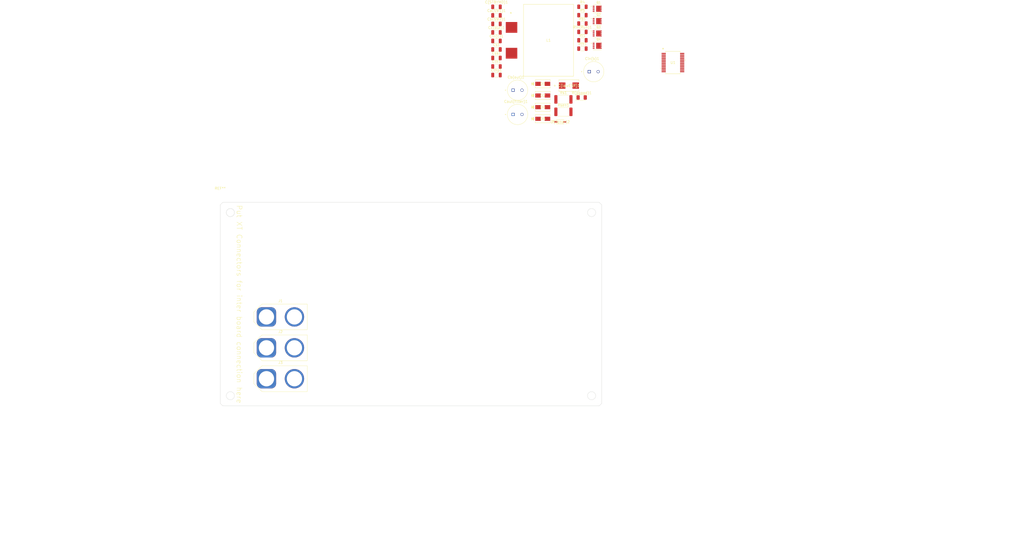
<source format=kicad_pcb>
(kicad_pcb (version 20221018) (generator pcbnew)
  (title_block (title "Prototype Senior Design A") (date "2023-03-30") (rev "0"))
  (layers (0 "F.Cu" signal) (31 "B.Cu" signal) (34 "B.Paste" user) (35 "F.Paste" user) (36 "B.SilkS" user "B.Silkscreen") (37 "F.SilkS" user "F.Silkscreen") (38 "B.Mask" user) (39 "F.Mask" user) (44 "Edge.Cuts" user))
  (net 0 "")
  (net 1 "Net-(D4-A)")
  (net 2 "GND")
  (net 3 "Net-(U1-STBYMD)")
  (net 4 "Net-(D4-K)")
  (net 5 "Net-(D1-A)")
  (net 6 "/19V Boost/Vout")
  (net 7 "Net-(D2-K)")
  (net 8 "Net-(D5-K)")
  (net 9 "/19V Boost/Vin")
  (net 10 "Net-(U1-SENSE-)")
  (net 12 "Net-(U1-SENSE+)")
  (net 13 "Net-(U1-SS)")
  (net 14 "Net-(Cth1-Pad1)")
  (net 15 "Net-(U1-ITH)")
  (net 16 "Net-(D(Zener)2-K)")
  (net 17 "Net-(D2-A)")
  (net 18 "Net-(Q1-G)")
  (net 19 "Net-(Q2-G)")
  (net 20 "Net-(Q3-G)")
  (net 21 "Net-(Q4-G)")
  (net 22 "Net-(U1-PGOOD)")
  (net 23 "Net-(U1-VOSENSE)")
  (footprint "AMASS XT90 Vertical:AMASS_XT90-F_1x02_P11.00mm_Vertical" (layer "F.Cu") (at 42.34 75.65)
    (fp_text reference "J2" (at 5.5 -6.3 180) (layer "F.SilkS"))
    (fp_text value "Battery2")
    (fp_line (start -5 -1.9) (end -5 1.9) (stroke (width 0.12)) (layer "F.SilkS"))
    (fp_line (start -5 1.9) (end -1.75 5.05) (stroke (width 0.12)) (layer "F.SilkS"))
    (fp_line (start -1.75 -5.05) (end -5 -1.9) (stroke (width 0.12)) (layer "F.SilkS"))
    (fp_line (start -1.75 5.05) (end 16 5.05) (stroke (width 0.12)) (layer "F.SilkS"))
    (fp_line (start 16 -5.05) (end -1.75 -5.05) (stroke (width 0.12)) (layer "F.SilkS"))
    (fp_line (start 16 5.05) (end 16 -5.05) (stroke (width 0.12)) (layer "F.SilkS"))
    (pad "1" thru_hole roundrect (at 0 0) (size 7.6 7.6) (drill 6) (layers "*.Cu" "*.Mask"))
    (pad "2" thru_hole circle (at 11 0) (size 7.6 7.6) (drill 6) (layers "*.Cu" "*.Mask"))
  )
  (footprint "footprints:CR_SMA_320-340AE_DIO" (layer "F.Cu") (at 150.9657 -18.9615)
    (fp_text reference "D4" (at 0 0 unlocked) (layer "F.SilkS"))
    (fp_text value "D_Schottky")
    (fp_line (start -4.318 -0.635) (end -4.318 0.635) (stroke (width 0.1524)) (layer "F.SilkS"))
    (fp_line (start -4.318 0) (end -3.556 -0.635) (stroke (width 0.1524)) (layer "F.SilkS"))
    (fp_line (start -4.318 0) (end -3.556 -0.508) (stroke (width 0.1524)) (layer "F.SilkS"))
    (fp_line (start -4.318 0) (end -3.556 -0.381) (stroke (width 0.1524)) (layer "F.SilkS"))
    (fp_line (start -4.318 0) (end -3.556 -0.254) (stroke (width 0.1524)) (layer "F.SilkS"))
    (fp_line (start -4.318 0) (end -3.556 -0.127) (stroke (width 0.1524)) (layer "F.SilkS"))
    (fp_line (start -4.318 0) (end -3.556 0.127) (stroke (width 0.1524)) (layer "F.SilkS"))
    (fp_line (start -4.318 0) (end -3.556 0.254) (stroke (width 0.1524)) (layer "F.SilkS"))
    (fp_line (start -4.318 0) (end -3.556 0.381) (stroke (width 0.1524)) (layer "F.SilkS"))
    (fp_line (start -4.318 0) (end -3.556 0.508) (stroke (width 0.1524)) (layer "F.SilkS"))
    (fp_line (start -4.318 0) (end -3.556 0.635) (stroke (width 0.1524)) (layer "F.SilkS"))
    (fp_line (start -3.556 -0.635) (end -3.556 0.635) (stroke (width 0.1524)) (layer "F.SilkS"))
    (fp_line (start -3.302 0) (end -4.572 0) (stroke (width 0.1524)) (layer "F.SilkS"))
    (fp_line (start -2.921 -1.5875) (end -2.921 -1.14554) (stroke (width 0.1524)) (layer "F.SilkS"))
    (fp_line (start -2.921 1.14554) (end -2.921 1.5875) (stroke (width 0.1524)) (layer "F.SilkS"))
    (fp_line (start -2.921 1.5875) (end 2.921 1.5875) (stroke (width 0.1524)) (layer "F.SilkS"))
    (fp_line (start 2.921 -1.5875) (end -2.921 -1.5875) (stroke (width 0.1524)) (layer "F.SilkS"))
    (fp_line (start 2.921 -1.14554) (end 2.921 -1.5875) (stroke (width 0.1524)) (layer "F.SilkS"))
    (fp_line (start 2.921 1.5875) (end 2.921 1.14554) (stroke (width 0.1524)) (layer "F.SilkS"))
    (pad "1" smd rect (at -1.8542 0 90) (size 1.6256 2.1844) (layers "F.Cu" "F.Paste" "F.Mask") (net 4 "Net-(D4-K)"))
    (pad "2" smd rect (at 1.8542 0 90) (size 1.6256 2.1844) (layers "F.Cu" "F.Paste" "F.Mask") (net 1 "Net-(D4-A)"))
  )
  (footprint "Resistor_SMD:R_2512_6332Metric" (layer "F.Cu") (at 159.0825 -22.01)
    (fp_text reference "Rs1" (at 0 -2.62) (layer "F.SilkS"))
    (fp_text value "6m")
    (fp_line (start -2.177064 -1.71) (end 2.177064 -1.71) (stroke (width 0.12)) (layer "F.SilkS"))
    (fp_line (start -2.177064 1.71) (end 2.177064 1.71) (stroke (width 0.12)) (layer "F.SilkS"))
    (pad "1" smd roundrect (at -2.9625 0) (size 1.225 3.35) (layers "F.Cu" "F.Paste" "F.Mask") (roundrect_rratio 0.204082) (net 17 "Net-(D2-A)"))
    (pad "2" smd roundrect (at 2.9625 0) (size 1.225 3.35) (layers "F.Cu" "F.Paste" "F.Mask") (roundrect_rratio 0.204082) (net 2 "GND"))
  )
  (footprint "Capacitor_SMD:C_1206_3216Metric" (layer "F.Cu") (at 132.7725 -38.29)
    (fp_text reference "Css1" (at 0 -1.85) (layer "F.SilkS"))
    (fp_text value "0.001u")
    (fp_line (start -0.711252 -0.91) (end 0.711252 -0.91) (stroke (width 0.12)) (layer "F.SilkS"))
    (fp_line (start -0.711252 0.91) (end 0.711252 0.91) (stroke (width 0.12)) (layer "F.SilkS"))
    (pad "1" smd roundrect (at -1.475 0) (size 1.15 1.8) (layers "F.Cu" "F.Paste" "F.Mask") (roundrect_rratio 0.217391) (net 2 "GND"))
    (pad "2" smd roundrect (at 1.475 0) (size 1.15 1.8) (layers "F.Cu" "F.Paste" "F.Mask") (roundrect_rratio 0.217391) (net 13 "Net-(U1-SS)"))
  )
  (footprint "Resistor_SMD:R_1206_3216Metric" (layer "F.Cu") (at 166.5625 -41.97)
    (fp_text reference "Rth1" (at 0 -1.82) (layer "F.SilkS"))
    (fp_text value "124K")
    (fp_line (start -0.727064 -0.91) (end 0.727064 -0.91) (stroke (width 0.12)) (layer "F.SilkS"))
    (fp_line (start -0.727064 0.91) (end 0.727064 0.91) (stroke (width 0.12)) (layer "F.SilkS"))
    (pad "1" smd roundrect (at -1.4625 0) (size 1.125 1.75) (layers "F.Cu" "F.Paste" "F.Mask") (roundrect_rratio 0.222222) (net 14 "Net-(Cth1-Pad1)"))
    (pad "2" smd roundrect (at 1.4625 0) (size 1.125 1.75) (layers "F.Cu" "F.Paste" "F.Mask") (roundrect_rratio 0.222222) (net 15 "Net-(U1-ITH)"))
  )
  (footprint "Mechatronics Template:EMBEDDED_BACKPLANE_V0x8" (layer "F.Cu") (at 24.16 13.48)
    (fp_text reference "REF**" (at 0 -0.5 unlocked) (layer "F.SilkS"))
    (fp_text value "EMBEDDED_BACKPLANE_V0x8")
    (fp_text user "Put XT Connectors for inter board connection here" (at 7.5 45 270 unlocked) (layer "F.SilkS") (effects (font (size 2 2))))
    (fp_line (start 0 84) (end 0 6) (stroke (width 0.1)) (layer "Edge.Cuts"))
    (fp_line (start 1 5) (end 0 6) (stroke (width 0.1)) (layer "Edge.Cuts"))
    (fp_line (start 1 5) (end 149 5) (stroke (width 0.1)) (layer "Edge.Cuts"))
    (fp_line (start 1 85) (end 0 84) (stroke (width 0.1)) (layer "Edge.Cuts"))
    (fp_line (start 149 5) (end 150 6) (stroke (width 0.1)) (layer "Edge.Cuts"))
    (fp_line (start 149 85) (end 1 85) (stroke (width 0.1)) (layer "Edge.Cuts"))
    (fp_line (start 150 6) (end 150 84) (stroke (width 0.1)) (layer "Edge.Cuts"))
    (fp_line (start 150 84) (end 149 85) (stroke (width 0.1)) (layer "Edge.Cuts"))
    (fp_circle (center 4 9) (end 5.6 9) (stroke (width 0.12)) (fill none) (layer "Edge.Cuts"))
    (fp_circle (center 4 81) (end 5.6 81) (stroke (width 0.1)) (fill none) (layer "Edge.Cuts"))
    (fp_circle (center 146 9) (end 147.6 9) (stroke (width 0.1)) (fill none) (layer "Edge.Cuts"))
    (fp_circle (center 146 81) (end 147.6 81) (stroke (width 0.1)) (fill none) (layer "Edge.Cuts"))
  )
  (footprint "Capacitor_SMD:C_1206_3216Metric" (layer "F.Cu") (at 132.7725 -41.64)
    (fp_text reference "Cs1" (at 0 -1.85) (layer "F.SilkS"))
    (fp_text value "100p")
    (fp_line (start -0.711252 -0.91) (end 0.711252 -0.91) (stroke (width 0.12)) (layer "F.SilkS"))
    (fp_line (start -0.711252 0.91) (end 0.711252 0.91) (stroke (width 0.12)) (layer "F.SilkS"))
    (pad "1" smd roundrect (at -1.475 0) (size 1.15 1.8) (layers "F.Cu" "F.Paste" "F.Mask") (roundrect_rratio 0.217391) (net 10 "Net-(U1-SENSE-)"))
    (pad "2" smd roundrect (at 1.475 0) (size 1.15 1.8) (layers "F.Cu" "F.Paste" "F.Mask") (roundrect_rratio 0.217391) (net 12 "Net-(U1-SENSE+)"))
  )
  (footprint "footprints:LargeCAPSCAPPRD350W60D800H1200" (layer "F.Cu") (at 141.0475 -16.09)
    (fp_text reference "Cout(filter)1" (at -0.635 -5.085) (layer "F.SilkS"))
    (fp_text value "330u")
    (fp_circle (center -4.75 0) (end -4.65 0) (stroke (width 0.2)) (fill none) (layer "F.SilkS"))
    (fp_circle (center 0 0) (end 4 0) (stroke (width 0.127)) (fill none) (layer "F.SilkS"))
    (pad "1" thru_hole rect (at -1.75 0) (size 1.2 1.2) (drill 0.85) (layers "*.Cu" "*.Mask") (net 6 "/19V Boost/Vout"))
    (pad "2" thru_hole circle (at 1.75 0) (size 1.2 1.2) (drill 0.85) (layers "*.Cu" "*.Mask") (net 2 "GND"))
  )
  (footprint "footprints:Q1Q2TRANS_FDMC86520L" (layer "F.Cu") (at 172.3675 -57.64)
    (fp_text reference "Q1" (at 0.54 -2.508) (layer "F.SilkS") (effects (font (size 0.8 0.8))))
    (fp_text value "NMOS")
    (fp_line (start -1.65 -1.65) (end 1.65 -1.65) (stroke (width 0.127)) (layer "F.SilkS"))
    (fp_line (start 1.65 1.65) (end -1.65 1.65) (stroke (width 0.127)) (layer "F.SilkS"))
    (fp_circle (center -2.3 -0.975) (end -2.2 -0.975) (stroke (width 0.2)) (fill none) (layer "F.SilkS"))
    (pad "1" smd rect (at -1.4 -0.975) (size 0.7 0.42) (layers "F.Cu" "F.Paste" "F.Mask") (net 9 "/19V Boost/Vin"))
    (pad "2" smd rect (at -1.4 -0.325) (size 0.7 0.42) (layers "F.Cu" "F.Paste" "F.Mask") (net 18 "Net-(Q1-G)"))
    (pad "3" smd rect (at -1.4 0.325) (size 0.7 0.42) (layers "F.Cu" "F.Paste" "F.Mask") (net 7 "Net-(D2-K)"))
    (pad "4" smd rect (at -1.4 0.975) (size 0.7 0.42) (layers "F.Cu" "F.Paste" "F.Mask"))
    (pad "5" smd custom (at 0.45 0) (size 1.7 2.37) (layers "F.Cu") (options (clearance outline) (anchor rect)) (primitives (gr_poly (pts (xy -0.85 -1.185) (xy 1.3 -1.185) (xy 1.3 -0.765) (xy 0.85 -0.765) (xy 0.85 -0.535) (xy 1.3 -0.535) (xy 1.3 -0.115) (xy 0.85 -0.115) (xy 0.85 0.115) (xy 1.3 0.115) (xy 1.3 0.535) (xy 0.85 0.535) (xy 0.85 0.765) (xy 1.3 0.765) (xy 1.3 1.185) (xy -0.85 1.185)) (width 0.01) (fill yes))))
  )
  (footprint "Capacitor_SMD:C_1206_3216Metric" (layer "F.Cu") (at 132.7725 -31.59)
    (fp_text reference "Cthp1" (at 0 -1.85) (layer "F.SilkS"))
    (fp_text value "47p")
    (fp_line (start -0.711252 -0.91) (end 0.711252 -0.91) (stroke (width 0.12)) (layer "F.SilkS"))
    (fp_line (start -0.711252 0.91) (end 0.711252 0.91) (stroke (width 0.12)) (layer "F.SilkS"))
    (pad "1" smd roundrect (at -1.475 0) (size 1.15 1.8) (layers "F.Cu" "F.Paste" "F.Mask") (roundrect_rratio 0.217391) (net 15 "Net-(U1-ITH)"))
    (pad "2" smd roundrect (at 1.475 0) (size 1.15 1.8) (layers "F.Cu" "F.Paste" "F.Mask") (roundrect_rratio 0.217391) (net 2 "GND"))
  )
  (footprint "footprints:CR_SMA_320-340AE_DIO" (layer "F.Cu") (at 150.9657 -14.3801)
    (fp_text reference "D5" (at 0 0 unlocked) (layer "F.SilkS"))
    (fp_text value "D_Schottky")
    (fp_line (start -4.318 -0.635) (end -4.318 0.635) (stroke (width 0.1524)) (layer "F.SilkS"))
    (fp_line (start -4.318 0) (end -3.556 -0.635) (stroke (width 0.1524)) (layer "F.SilkS"))
    (fp_line (start -4.318 0) (end -3.556 -0.508) (stroke (width 0.1524)) (layer "F.SilkS"))
    (fp_line (start -4.318 0) (end -3.556 -0.381) (stroke (width 0.1524)) (layer "F.SilkS"))
    (fp_line (start -4.318 0) (end -3.556 -0.254) (stroke (width 0.1524)) (layer "F.SilkS"))
    (fp_line (start -4.318 0) (end -3.556 -0.127) (stroke (width 0.1524)) (layer "F.SilkS"))
    (fp_line (start -4.318 0) (end -3.556 0.127) (stroke (width 0.1524)) (layer "F.SilkS"))
    (fp_line (start -4.318 0) (end -3.556 0.254) (stroke (width 0.1524)) (layer "F.SilkS"))
    (fp_line (start -4.318 0) (end -3.556 0.381) (stroke (width 0.1524)) (layer "F.SilkS"))
    (fp_line (start -4.318 0) (end -3.556 0.508) (stroke (width 0.1524)) (layer "F.SilkS"))
    (fp_line (start -4.318 0) (end -3.556 0.635) (stroke (width 0.1524)) (layer "F.SilkS"))
    (fp_line (start -3.556 -0.635) (end -3.556 0.635) (stroke (width 0.1524)) (layer "F.SilkS"))
    (fp_line (start -3.302 0) (end -4.572 0) (stroke (width 0.1524)) (layer "F.SilkS"))
    (fp_line (start -2.921 -1.5875) (end -2.921 -1.14554) (stroke (width 0.1524)) (layer "F.SilkS"))
    (fp_line (start -2.921 1.14554) (end -2.921 1.5875) (stroke (width 0.1524)) (layer "F.SilkS"))
    (fp_line (start -2.921 1.5875) (end 2.921 1.5875) (stroke (width 0.1524)) (layer "F.SilkS"))
    (fp_line (start 2.921 -1.5875) (end -2.921 -1.5875) (stroke (width 0.1524)) (layer "F.SilkS"))
    (fp_line (start 2.921 -1.14554) (end 2.921 -1.5875) (stroke (width 0.1524)) (layer "F.SilkS"))
    (fp_line (start 2.921 1.5875) (end 2.921 1.14554) (stroke (width 0.1524)) (layer "F.SilkS"))
    (pad "1" smd rect (at -1.8542 0 90) (size 1.6256 2.1844) (layers "F.Cu" "F.Paste" "F.Mask") (net 8 "Net-(D5-K)"))
    (pad "2" smd rect (at 1.8542 0 90) (size 1.6256 2.1844) (layers "F.Cu" "F.Paste" "F.Mask") (net 1 "Net-(D4-A)"))
  )
  (footprint "Capacitor_SMD:C_1206_3216Metric" (layer "F.Cu") (at 132.7725 -58.39)
    (fp_text reference "C(STBYMD)1" (at 0 -1.85) (layer "F.SilkS"))
    (fp_text value "0.001u")
    (fp_line (start -0.711252 -0.91) (end 0.711252 -0.91) (stroke (width 0.12)) (layer "F.SilkS"))
    (fp_line (start -0.711252 0.91) (end 0.711252 0.91) (stroke (width 0.12)) (layer "F.SilkS"))
    (pad "1" smd roundrect (at -1.475 0) (size 1.15 1.8) (layers "F.Cu" "F.Paste" "F.Mask") (roundrect_rratio 0.217391) (net 3 "Net-(U1-STBYMD)"))
    (pad "2" smd roundrect (at 1.475 0) (size 1.15 1.8) (layers "F.Cu" "F.Paste" "F.Mask") (roundrect_rratio 0.217391) (net 2 "GND"))
  )
  (footprint "LED_SMD:LED_1206_3216Metric" (layer "F.Cu") (at 166.2725 -22.76)
    (fp_text reference "R(pgood)1" (at 0 -1.82) (layer "F.SilkS"))
    (fp_text value "100k")
    (fp_line (start -2.285 -1.135) (end -2.285 1.135) (stroke (width 0.12)) (layer "F.SilkS"))
    (fp_line (start -2.285 1.135) (end 1.6 1.135) (stroke (width 0.12)) (layer "F.SilkS"))
    (fp_line (start 1.6 -1.135) (end -2.285 -1.135) (stroke (width 0.12)) (layer "F.SilkS"))
    (pad "1" smd roundrect (at -1.4 0) (size 1.25 1.75) (layers "F.Cu" "F.Paste" "F.Mask") (roundrect_rratio 0.2) (net 1 "Net-(D4-A)"))
    (pad "2" smd roundrect (at 1.4 0) (size 1.25 1.75) (layers "F.Cu" "F.Paste" "F.Mask") (roundrect_rratio 0.2) (net 22 "Net-(U1-PGOOD)"))
  )
  (footprint "footprints:LOWESRCAPMP7.6X4.3_3.1N_KEM" (layer "F.Cu") (at 161.264691 -27.434804)
    (fp_text reference "C(lowESR)1" (at 0 0 unlocked) (layer "F.SilkS"))
    (fp_text value "4.7u")
    (fp_line (start -5.569991 -0.381) (end -5.569991 0.381) (stroke (width 0.1524)) (layer "F.SilkS"))
    (fp_line (start -5.188991 0) (end -5.950991 0) (stroke (width 0.1524)) (layer "F.SilkS"))
    (fp_line (start -3.926992 -2.276996) (end -3.926992 -1.582738) (stroke (width 0.1524)) (layer "F.SilkS"))
    (fp_line (start -3.926992 1.582738) (end -3.926992 2.276996) (stroke (width 0.1524)) (layer "F.SilkS"))
    (fp_line (start -3.926992 2.276996) (end 3.926992 2.276996) (stroke (width 0.1524)) (layer "F.SilkS"))
    (fp_line (start 3.926992 -2.276996) (end -3.926992 -2.276996) (stroke (width 0.1524)) (layer "F.SilkS"))
    (fp_line (start 3.926992 -1.582738) (end 3.926992 -2.276996) (stroke (width 0.1524)) (layer "F.SilkS"))
    (fp_line (start 3.926992 2.276996) (end 3.926992 1.582738) (stroke (width 0.1524)) (layer "F.SilkS"))
    (pad "1" smd rect (at -2.672194 0 90) (size 2.499995 2.560396) (layers "F.Cu" "F.Paste" "F.Mask") (net 1 "Net-(D4-A)"))
    (pad "2" smd rect (at 2.672194 0 90) (size 2.499995 2.560396) (layers "F.Cu" "F.Paste" "F.Mask") (net 2 "GND"))
  )
  (footprint "footprints:Q1Q2TRANS_FDMC86520L" (layer "F.Cu") (at 172.3675 -43.09)
    (fp_text reference "Q4" (at 0.54 -2.508) (layer "F.SilkS") (effects (font (size 0.8 0.8))))
    (fp_text value "NMOS")
    (fp_line (start -1.65 -1.65) (end 1.65 -1.65) (stroke (width 0.127)) (layer "F.SilkS"))
    (fp_line (start 1.65 1.65) (end -1.65 1.65) (stroke (width 0.127)) (layer "F.SilkS"))
    (fp_circle (center -2.3 -0.975) (end -2.2 -0.975) (stroke (width 0.2)) (fill none) (layer "F.SilkS"))
    (pad "1" smd rect (at -1.4 -0.975) (size 0.7 0.42) (layers "F.Cu" "F.Paste" "F.Mask") (net 5 "Net-(D1-A)"))
    (pad "2" smd rect (at -1.4 -0.325) (size 0.7 0.42) (layers "F.Cu" "F.Paste" "F.Mask") (net 21 "Net-(Q4-G)"))
    (pad "3" smd rect (at -1.4 0.325) (size 0.7 0.42) (layers "F.Cu" "F.Paste" "F.Mask") (net 17 "Net-(D2-A)"))
    (pad "4" smd rect (at -1.4 0.975) (size 0.7 0.42) (layers "F.Cu" "F.Paste" "F.Mask"))
    (pad "5" smd custom (at 0.45 0) (size 1.7 2.37) (layers "F.Cu") (options (clearance outline) (anchor rect)) (primitives (gr_poly (pts (xy -0.85 -1.185) (xy 1.3 -1.185) (xy 1.3 -0.765) (xy 0.85 -0.765) (xy 0.85 -0.535) (xy 1.3 -0.535) (xy 1.3 -0.115) (xy 0.85 -0.115) (xy 0.85 0.115) (xy 1.3 0.115) (xy 1.3 0.535) (xy 0.85 0.535) (xy 0.85 0.765) (xy 1.3 0.765) (xy 1.3 1.185) (xy -0.85 1.185)) (width 0.01) (fill yes))))
  )
  (footprint "Resistor_SMD:R_1206_3216Metric" (layer "F.Cu") (at 166.5625 -58.42)
    (fp_text reference "R4" (at 0 -1.82) (layer "F.SilkS"))
    (fp_text value "100")
    (fp_line (start -0.727064 -0.91) (end 0.727064 -0.91) (stroke (width 0.12)) (layer "F.SilkS"))
    (fp_line (start -0.727064 0.91) (end 0.727064 0.91) (stroke (width 0.12)) (layer "F.SilkS"))
    (pad "1" smd roundrect (at -1.4625 0) (size 1.125 1.75) (layers "F.Cu" "F.Paste" "F.Mask") (roundrect_rratio 0.222222) (net 17 "Net-(D2-A)"))
    (pad "2" smd roundrect (at 1.4625 0) (size 1.125 1.75) (layers "F.Cu" "F.Paste" "F.Mask") (roundrect_rratio 0.222222) (net 12 "Net-(U1-SENSE+)"))
  )
  (footprint "AMASS XT90 Vertical:AMASS_XT90-F_1x02_P11.00mm_Vertical" (layer "F.Cu") (at 42.34 63.5)
    (fp_text reference "J1" (at 5.5 -6.3 180) (layer "F.SilkS"))
    (fp_text value "Battery1")
    (fp_line (start -5 -1.9) (end -5 1.9) (stroke (width 0.12)) (layer "F.SilkS"))
    (fp_line (start -5 1.9) (end -1.75 5.05) (stroke (width 0.12)) (layer "F.SilkS"))
    (fp_line (start -1.75 -5.05) (end -5 -1.9) (stroke (width 0.12)) (layer "F.SilkS"))
    (fp_line (start -1.75 5.05) (end 16 5.05) (stroke (width 0.12)) (layer "F.SilkS"))
    (fp_line (start 16 -5.05) (end -1.75 -5.05) (stroke (width 0.12)) (layer "F.SilkS"))
    (fp_line (start 16 5.05) (end 16 -5.05) (stroke (width 0.12)) (layer "F.SilkS"))
    (pad "1" thru_hole roundrect (at 0 0) (size 7.6 7.6) (drill 6) (layers "*.Cu" "*.Mask"))
    (pad "2" thru_hole circle (at 11 0) (size 7.6 7.6) (drill 6) (layers "*.Cu" "*.Mask"))
  )
  (footprint "footprints:Q1Q2TRANS_FDMC86520L" (layer "F.Cu") (at 172.3675 -47.94)
    (fp_text reference "Q3" (at 0.54 -2.508) (layer "F.SilkS") (effects (font (size 0.8 0.8))))
    (fp_text value "NMOS")
    (fp_line (start -1.65 -1.65) (end 1.65 -1.65) (stroke (width 0.127)) (layer "F.SilkS"))
    (fp_line (start 1.65 1.65) (end -1.65 1.65) (stroke (width 0.127)) (layer "F.SilkS"))
    (fp_circle (center -2.3 -0.975) (end -2.2 -0.975) (stroke (width 0.2)) (fill none) (layer "F.SilkS"))
    (pad "1" smd rect (at -1.4 -0.975) (size 0.7 0.42) (layers "F.Cu" "F.Paste" "F.Mask") (net 6 "/19V Boost/Vout"))
    (pad "2" smd rect (at -1.4 -0.325) (size 0.7 0.42) (layers "F.Cu" "F.Paste" "F.Mask") (net 20 "Net-(Q3-G)"))
    (pad "3" smd rect (at -1.4 0.325) (size 0.7 0.42) (layers "F.Cu" "F.Paste" "F.Mask") (net 5 "Net-(D1-A)"))
    (pad "4" smd rect (at -1.4 0.975) (size 0.7 0.42) (layers "F.Cu" "F.Paste" "F.Mask"))
    (pad "5" smd custom (at 0.45 0) (size 1.7 2.37) (layers "F.Cu") (options (clearance outline) (anchor rect)) (primitives (gr_poly (pts (xy -0.85 -1.185) (xy 1.3 -1.185) (xy 1.3 -0.765) (xy 0.85 -0.765) (xy 0.85 -0.535) (xy 1.3 -0.535) (xy 1.3 -0.115) (xy 0.85 -0.115) (xy 0.85 0.115) (xy 1.3 0.115) (xy 1.3 0.535) (xy 0.85 0.535) (xy 0.85 0.765) (xy 1.3 0.765) (xy 1.3 1.185) (xy -0.85 1.185)) (width 0.01) (fill yes))))
  )
  (footprint "Resistor_SMD:R_1206_3216Metric" (layer "F.Cu") (at 166.5625 -45.26)
    (fp_text reference "Rt1" (at 0 -1.82) (layer "F.SilkS"))
    (fp_text value "100K")
    (fp_line (start -0.727064 -0.91) (end 0.727064 -0.91) (stroke (width 0.12)) (layer "F.SilkS"))
    (fp_line (start -0.727064 0.91) (end 0.727064 0.91) (stroke (width 0.12)) (layer "F.SilkS"))
    (pad "1" smd roundrect (at -1.4625 0) (size 1.125 1.75) (layers "F.Cu" "F.Paste" "F.Mask") (roundrect_rratio 0.222222) (net 6 "/19V Boost/Vout"))
    (pad "2" smd roundrect (at 1.4625 0) (size 1.125 1.75) (layers "F.Cu" "F.Paste" "F.Mask") (roundrect_rratio 0.222222) (net 23 "Net-(U1-VOSENSE)"))
  )
  (footprint "footprints:LargeCAPSCAPPRD350W60D800H1200" (layer "F.Cu") (at 141.0475 -25.64)
    (fp_text reference "Cb(out)1" (at -0.635 -5.085) (layer "F.SilkS"))
    (fp_text value "330u")
    (fp_circle (center -4.75 0) (end -4.65 0) (stroke (width 0.2)) (fill none) (layer "F.SilkS"))
    (fp_circle (center 0 0) (end 4 0) (stroke (width 0.127)) (fill none) (layer "F.SilkS"))
    (pad "1" thru_hole rect (at -1.75 0) (size 1.2 1.2) (drill 0.85) (layers "*.Cu" "*.Mask") (net 6 "/19V Boost/Vout"))
    (pad "2" thru_hole circle (at 1.75 0) (size 1.2 1.2) (drill 0.85) (layers "*.Cu" "*.Mask") (net 2 "GND"))
  )
  (footprint "Resistor_SMD:R_1206_3216Metric" (layer "F.Cu") (at 166.5625 -51.84)
    (fp_text reference "Rb1" (at 0 -1.82) (layer "F.SilkS"))
    (fp_text value "4.3K")
    (fp_line (start -0.727064 -0.91) (end 0.727064 -0.91) (stroke (width 0.12)) (layer "F.SilkS"))
    (fp_line (start -0.727064 0.91) (end 0.727064 0.91) (stroke (width 0.12)) (layer "F.SilkS"))
    (pad "1" smd roundrect (at -1.4625 0) (size 1.125 1.75) (layers "F.Cu" "F.Paste" "F.Mask") (roundrect_rratio 0.222222) (net 23 "Net-(U1-VOSENSE)"))
    (pad "2" smd roundrect (at 1.4625 0) (size 1.125 1.75) (layers "F.Cu" "F.Paste" "F.Mask") (roundrect_rratio 0.222222) (net 2 "GND"))
  )
  (footprint "Resistor_SMD:R_1206_3216Metric" (layer "F.Cu") (at 166.5625 -48.55)
    (fp_text reference "Rin(Run)1" (at 0 -1.82) (layer "F.SilkS"))
    (fp_text value "51K")
    (fp_line (start -0.727064 -0.91) (end 0.727064 -0.91) (stroke (width 0.12)) (layer "F.SilkS"))
    (fp_line (start -0.727064 0.91) (end 0.727064 0.91) (stroke (width 0.12)) (layer "F.SilkS"))
    (pad "1" smd roundrect (at -1.4625 0) (size 1.125 1.75) (layers "F.Cu" "F.Paste" "F.Mask") (roundrect_rratio 0.222222) (net 9 "/19V Boost/Vin"))
    (pad "2" smd roundrect (at 1.4625 0) (size 1.125 1.75) (layers "F.Cu" "F.Paste" "F.Mask") (roundrect_rratio 0.222222) (net 16 "Net-(D(Zener)2-K)"))
  )
  (footprint "footprints:Q1Q2TRANS_FDMC86520L" (layer "F.Cu") (at 172.3675 -52.79)
    (fp_text reference "Q2" (at 0.54 -2.508) (layer "F.SilkS") (effects (font (size 0.8 0.8))))
    (fp_text value "NMOS")
    (fp_line (start -1.65 -1.65) (end 1.65 -1.65) (stroke (width 0.127)) (layer "F.SilkS"))
    (fp_line (start 1.65 1.65) (end -1.65 1.65) (stroke (width 0.127)) (layer "F.SilkS"))
    (fp_circle (center -2.3 -0.975) (end -2.2 -0.975) (stroke (width 0.2)) (fill none) (layer "F.SilkS"))
    (pad "1" smd rect (at -1.4 -0.975) (size 0.7 0.42) (layers "F.Cu" "F.Paste" "F.Mask") (net 7 "Net-(D2-K)"))
    (pad "2" smd rect (at -1.4 -0.325) (size 0.7 0.42) (layers "F.Cu" "F.Paste" "F.Mask") (net 19 "Net-(Q2-G)"))
    (pad "3" smd rect (at -1.4 0.325) (size 0.7 0.42) (layers "F.Cu" "F.Paste" "F.Mask") (net 17 "Net-(D2-A)"))
    (pad "4" smd rect (at -1.4 0.975) (size 0.7 0.42) (layers "F.Cu" "F.Paste" "F.Mask"))
    (pad "5" smd custom (at 0.45 0) (size 1.7 2.37) (layers "F.Cu") (options (clearance outline) (anchor rect)) (primitives (gr_poly (pts (xy -0.85 -1.185) (xy 1.3 -1.185) (xy 1.3 -0.765) (xy 0.85 -0.765) (xy 0.85 -0.535) (xy 1.3 -0.535) (xy 1.3 -0.115) (xy 0.85 -0.115) (xy 0.85 0.115) (xy 1.3 0.115) (xy 1.3 0.535) (xy 0.85 0.535) (xy 0.85 0.765) (xy 1.3 0.765) (xy 1.3 1.185) (xy -0.85 1.185)) (width 0.01) (fill yes))))
  )
  (footprint "Capacitor_SMD:C_1206_3216Metric" (layer "F.Cu") (at 132.7725 -34.94)
    (fp_text reference "Cth1" (at 0 -1.85) (layer "F.SilkS"))
    (fp_text value "10000p")
    (fp_line (start -0.711252 -0.91) (end 0.711252 -0.91) (stroke (width 0.12)) (layer "F.SilkS"))
    (fp_line (start -0.711252 0.91) (end 0.711252 0.91) (stroke (width 0.12)) (layer "F.SilkS"))
    (pad "1" smd roundrect (at -1.475 0) (size 1.15 1.8) (layers "F.Cu" "F.Paste" "F.Mask") (roundrect_rratio 0.217391) (net 14 "Net-(Cth1-Pad1)"))
    (pad "2" smd roundrect (at 1.475 0) (size 1.15 1.8) (layers "F.Cu" "F.Paste" "F.Mask") (roundrect_rratio 0.217391) (net 2 "GND"))
  )
  (footprint "footprints:SSOP-24_G_LIT" (layer "F.Cu") (at 202.1403 -36.49632)
    (fp_text reference "U1" (at 0 0 unlocked) (layer "F.SilkS"))
    (fp_text value "LTC3780EG-TRPBF")
    (fp_text user "*" (at -3.8862 -5.15112) (layer "F.SilkS"))
    (fp_text user "*" (at -3.8862 -5.15112 unlocked) (layer "F.SilkS"))
    (fp_line (start -2.9337 -4.3815) (end -2.9337 -4.12496) (stroke (width 0.1524)) (layer "F.SilkS"))
    (fp_line (start -2.9337 4.12496) (end -2.9337 4.3815) (stroke (width 0.1524)) (layer "F.SilkS"))
    (fp_line (start -2.9337 4.3815) (end 2.9337 4.3815) (stroke (width 0.1524)) (layer "F.SilkS"))
    (fp_line (start 2.9337 -4.3815) (end -2.9337 -4.3815) (stroke (width 0.1524)) (layer "F.SilkS"))
    (fp_line (start 2.9337 -4.12496) (end 2.9337 -4.3815) (stroke (width 0.1524)) (layer "F.SilkS"))
    (fp_line (start 2.9337 4.3815) (end 2.9337 4.12496) (stroke (width 0.1524)) (layer "F.SilkS"))
    (fp_poly (pts (xy -4.9657 2.08534) (xy -4.9657 2.46634) (xy -4.7117 2.46634) (xy -4.7117 2.08534)) (fill solid) (layer "F.SilkS"))
    (fp_poly (pts (xy 4.9657 -1.16586) (xy 4.9657 -0.78486) (xy 4.7117 -0.78486) (xy 4.7117 -1.16586)) (fill solid) (layer "F.SilkS"))
    (pad "1" smd rect (at -3.6322 -3.57632) (size 1.651 0.4318) (layers "F.Cu" "F.Paste" "F.Mask") (net 22 "Net-(U1-PGOOD)"))
    (pad "2" smd rect (at -3.6322 -2.92608) (size 1.651 0.4318) (layers "F.Cu" "F.Paste" "F.Mask") (net 13 "Net-(U1-SS)"))
    (pad "3" smd rect (at -3.6322 -2.27584) (size 1.651 0.4318) (layers "F.Cu" "F.Paste" "F.Mask") (net 12 "Net-(U1-SENSE+)"))
    (pad "4" smd rect (at -3.6322 -1.6256) (size 1.651 0.4318) (layers "F.Cu" "F.Paste" "F.Mask") (net 10 "Net-(U1-SENSE-)"))
    (pad "5" smd rect (at -3.6322 -0.97536) (size 1.651 0.4318) (layers "F.Cu" "F.Paste" "F.Mask") (net 15 "Net-(U1-ITH)"))
    (pad "6" smd rect (at -3.6322 -0.32512) (size 1.651 0.4318) (layers "F.Cu" "F.Paste" "F.Mask") (net 23 "Net-(U1-VOSENSE)"))
    (pad "7" smd rect (at -3.6322 0.32512) (size 1.651 0.4318) (layers "F.Cu" "F.Paste" "F.Mask") (net 2 "GND"))
    (pad "8" smd rect (at -3.6322 0.97536) (size 1.651 0.4318) (layers "F.Cu" "F.Paste" "F.Mask") (net 16 "Net-(D(Zener)2-K)"))
    (pad "9" smd rect (at -3.6322 1.6256) (size 1.651 0.4318) (layers "F.Cu" "F.Paste" "F.Mask") (net 2 "GND"))
    (pad "10" smd rect (at -3.6322 2.27584) (size 1.651 0.4318) (layers "F.Cu" "F.Paste" "F.Mask") (net 2 "GND"))
    (pad "11" smd rect (at -3.6322 2.92608) (size 1.651 0.4318) (layers "F.Cu" "F.Paste" "F.Mask"))
    (pad "12" smd rect (at -3.6322 3.57632) (size 1.651 0.4318) (layers "F.Cu" "F.Paste" "F.Mask") (net 3 "Net-(U1-STBYMD)"))
    (pad "13" smd rect (at 3.6322 3.57632) (size 1.651 0.4318) (layers "F.Cu" "F.Paste" "F.Mask") (net 8 "Net-(D5-K)"))
    (pad "14" smd rect (at 3.6322 2.92608) (size 1.651 0.4318) (layers "F.Cu" "F.Paste" "F.Mask") (net 18 "Net-(Q1-G)"))
    (pad "15" smd rect (at 3.6322 2.27584) (size 1.651 0.4318) (layers "F.Cu" "F.Paste" "F.Mask") (net 7 "Net-(D2-K)"))
    (pad "16" smd rect (at 3.6322 1.6256) (size 1.651 0.4318) (layers "F.Cu" "F.Paste" "F.Mask") (net 19 "Net-(Q2-G)"))
    (pad "17" smd rect (at 3.6322 0.97536) (size 1.651 0.4318) (layers "F.Cu" "F.Paste" "F.Mask") (net 2 "GND"))
    (pad "18" smd rect (at 3.6322 0.32512) (size 1.651 0.4318) (layers "F.Cu" "F.Paste" "F.Mask") (net 21 "Net-(Q4-G)"))
    (pad "19" smd rect (at 3.6322 -0.32512) (size 1.651 0.4318) (layers "F.Cu" "F.Paste" "F.Mask") (net 1 "Net-(D4-A)"))
    (pad "20" smd rect (at 3.6322 -0.97536) (size 1.651 0.4318) (layers "F.Cu" "F.Paste" "F.Mask") (net 2 "GND"))
    (pad "21" smd rect (at 3.6322 -1.6256) (size 1.651 0.4318) (layers "F.Cu" "F.Paste" "F.Mask") (net 9 "/19V Boost/Vin"))
    (pad "22" smd rect (at 3.6322 -2.27584) (size 1.651 0.4318) (layers "F.Cu" "F.Paste" "F.Mask") (net 5 "Net-(D1-A)"))
    (pad "23" smd rect (at 3.6322 -2.92608) (size 1.651 0.4318) (layers "F.Cu" "F.Paste" "F.Mask") (net 20 "Net-(Q3-G)"))
    (pad "24" smd rect (at 3.6322 -3.57632) (size 1.651 0.4318) (layers "F.Cu" "F.Paste" "F.Mask") (net 4 "Net-(D4-K)"))
  )
  (footprint "Capacitor_SMD:C_1206_3216Metric" (layer "F.Cu") (at 132.7725 -55.04)
    (fp_text reference "Ca(SW1)1" (at 0 -1.85) (layer "F.SilkS"))
    (fp_text value "0.22u")
    (fp_line (start -0.711252 -0.91) (end 0.711252 -0.91) (stroke (width 0.12)) (layer "F.SilkS"))
    (fp_line (start -0.711252 0.91) (end 0.711252 0.91) (stroke (width 0.12)) (layer "F.SilkS"))
    (pad "1" smd roundrect (at -1.475 0) (size 1.15 1.8) (layers "F.Cu" "F.Paste" "F.Mask") (roundrect_rratio 0.217391) (net 4 "Net-(D4-K)"))
    (pad "2" smd roundrect (at 1.475 0) (size 1.15 1.8) (layers "F.Cu" "F.Paste" "F.Mask") (roundrect_rratio 0.217391) (net 5 "Net-(D1-A)"))
  )
  (footprint "footprints:CR_SMA_320-340AE_DIO" (layer "F.Cu") (at 150.9657 -23.5429)
    (fp_text reference "D2" (at 0 0 unlocked) (layer "F.SilkS"))
    (fp_text value "D_Schottky")
    (fp_line (start -4.318 -0.635) (end -4.318 0.635) (stroke (width 0.1524)) (layer "F.SilkS"))
    (fp_line (start -4.318 0) (end -3.556 -0.635) (stroke (width 0.1524)) (layer "F.SilkS"))
    (fp_line (start -4.318 0) (end -3.556 -0.508) (stroke (width 0.1524)) (layer "F.SilkS"))
    (fp_line (start -4.318 0) (end -3.556 -0.381) (stroke (width 0.1524)) (layer "F.SilkS"))
    (fp_line (start -4.318 0) (end -3.556 -0.254) (stroke (width 0.1524)) (layer "F.SilkS"))
    (fp_line (start -4.318 0) (end -3.556 -0.127) (stroke (width 0.1524)) (layer "F.SilkS"))
    (fp_line (start -4.318 0) (end -3.556 0.127) (stroke (width 0.1524)) (layer "F.SilkS"))
    (fp_line (start -4.318 0) (end -3.556 0.254) (stroke (width 0.1524)) (layer "F.SilkS"))
    (fp_line (start -4.318 0) (end -3.556 0.381) (stroke (width 0.1524)) (layer "F.SilkS"))
    (fp_line (start -4.318 0) (end -3.556 0.508) (stroke (width 0.1524)) (layer "F.SilkS"))
    (fp_line (start -4.318 0) (end -3.556 0.635) (stroke (width 0.1524)) (layer "F.SilkS"))
    (fp_line (start -3.556 -0.635) (end -3.556 0.635) (stroke (width 0.1524)) (layer "F.SilkS"))
    (fp_line (start -3.302 0) (end -4.572 0) (stroke (width 0.1524)) (layer "F.SilkS"))
    (fp_line (start -2.921 -1.5875) (end -2.921 -1.14554) (stroke (width 0.1524)) (layer "F.SilkS"))
    (fp_line (start -2.921 1.14554) (end -2.921 1.5875) (stroke (width 0.1524)) (layer "F.SilkS"))
    (fp_line (start -2.921 1.5875) (end 2.921 1.5875) (stroke (width 0.1524)) (layer "F.SilkS"))
    (fp_line (start 2.921 -1.5875) (end -2.921 -1.5875) (stroke (width 0.1524)) (layer "F.SilkS"))
    (fp_line (start 2.921 -1.14554) (end 2.921 -1.5875) (stroke (width 0.1524)) (layer "F.SilkS"))
    (fp_line (start 2.921 1.5875) (end 2.921 1.14554) (stroke (width 0.1524)) (layer "F.SilkS"))
    (pad "1" smd rect (at -1.8542 0 90) (size 1.6256 2.1844) (layers "F.Cu" "F.Paste" "F.Mask") (net 7 "Net-(D2-K)"))
    (pad "2" smd rect (at 1.8542 0 90) (size 1.6256 2.1844) (layers "F.Cu" "F.Paste" "F.Mask") (net 17 "Net-(D2-A)"))
  )
  (footprint "Capacitor_SMD:C_1206_3216Metric" (layer "F.Cu") (at 132.7725 -51.69)
    (fp_text reference "Cb(SW2)1" (at 0 -1.85) (layer "F.SilkS"))
    (fp_text value "0.22u")
    (fp_line (start -0.711252 -0.91) (end 0.711252 -0.91) (stroke (width 0.12)) (layer "F.SilkS"))
    (fp_line (start -0.711252 0.91) (end 0.711252 0.91) (stroke (width 0.12)) (layer "F.SilkS"))
    (pad "1" smd roundrect (at -1.475 0) (size 1.15 1.8) (layers "F.Cu" "F.Paste" "F.Mask") (roundrect_rratio 0.217391) (net 7 "Net-(D2-K)"))
    (pad "2" smd roundrect (at 1.475 0) (size 1.15 1.8) (layers "F.Cu" "F.Paste" "F.Mask") (roundrect_rratio 0.217391) (net 8 "Net-(D5-K)"))
  )
  (footprint "Resistor_SMD:R_2512_6332Metric" (layer "F.Cu") (at 159.0825 -17.12)
    (fp_text reference "Rsen1" (at 0 -2.62) (layer "F.SilkS"))
    (fp_text value "6m")
    (fp_line (start -2.177064 -1.71) (end 2.177064 -1.71) (stroke (width 0.12)) (layer "F.SilkS"))
    (fp_line (start -2.177064 1.71) (end 2.177064 1.71) (stroke (width 0.12)) (layer "F.SilkS"))
    (pad "1" smd roundrect (at -2.9625 0) (size 1.225 3.35) (layers "F.Cu" "F.Paste" "F.Mask") (roundrect_rratio 0.204082) (net 17 "Net-(D2-A)"))
    (pad "2" smd roundrect (at 2.9625 0) (size 1.225 3.35) (layers "F.Cu" "F.Paste" "F.Mask") (roundrect_rratio 0.204082) (net 2 "GND"))
  )
  (footprint "footprints:SOD123_DIO" (layer "F.Cu") (at 157.8483 -13.1698)
    (fp_text reference "D(Zener)2" (at 0 0 unlocked) (layer "F.SilkS"))
    (fp_text value "D_Zener")
    (fp_text user "*" (at -2.6616 0) (layer "F.SilkS"))
    (fp_text user "*" (at -2.6616 0 unlocked) (layer "F.SilkS"))
    (fp_line (start -1.552 0.802) (end 1.552 0.802) (stroke (width 0.1524)) (layer "F.SilkS"))
    (fp_line (start 1.552 -0.802) (end -1.552 -0.802) (stroke (width 0.1524)) (layer "F.SilkS"))
    (pad "1" smd rect (at -1.725 0) (size 1.1112 0.6008) (layers "F.Cu" "F.Paste" "F.Mask") (net 16 "Net-(D(Zener)2-K)"))
    (pad "2" smd rect (at 1.725 0) (size 1.1112 0.6008) (layers "F.Cu" "F.Paste" "F.Mask") (net 2 "GND"))
  )
  (footprint "AMASS XT90 Vertical:AMASS_XT90-F_1x02_P11.00mm_Vertical" (layer "F.Cu") (at 42.34 87.8)
    (fp_text reference "J3" (at 5.5 -6.3 180) (layer "F.SilkS"))
    (fp_text value "ESC Output")
    (fp_line (start -5 -1.9) (end -5 1.9) (stroke (width 0.12)) (layer "F.SilkS"))
    (fp_line (start -5 1.9) (end -1.75 5.05) (stroke (width 0.12)) (layer "F.SilkS"))
    (fp_line (start -1.75 -5.05) (end -5 -1.9) (stroke (width 0.12)) (layer "F.SilkS"))
    (fp_line (start -1.75 5.05) (end 16 5.05) (stroke (width 0.12)) (layer "F.SilkS"))
    (fp_line (start 16 -5.05) (end -1.75 -5.05) (stroke (width 0.12)) (layer "F.SilkS"))
    (fp_line (start 16 5.05) (end 16 -5.05) (stroke (width 0.12)) (layer "F.SilkS"))
    (pad "1" thru_hole roundrect (at 0 0) (size 7.6 7.6) (drill 6) (layers "*.Cu" "*.Mask"))
    (pad "2" thru_hole circle (at 11 0) (size 7.6 7.6) (drill 6) (layers "*.Cu" "*.Mask"))
  )
  (footprint "footprints:LargeCAPSCAPPRD350W60D800H1200" (layer "F.Cu") (at 171.0025 -32.92)
    (fp_text reference "Cin(b)1" (at -0.635 -5.085) (layer "F.SilkS"))
    (fp_text value "270u")
    (fp_circle (center -4.75 0) (end -4.65 0) (stroke (width 0.2)) (fill none) (layer "F.SilkS"))
    (fp_circle (center 0 0) (end 4 0) (stroke (width 0.127)) (fill none) (layer "F.SilkS"))
    (pad "1" thru_hole rect (at -1.75 0) (size 1.2 1.2) (drill 0.85) (layers "*.Cu" "*.Mask") (net 9 "/19V Boost/Vin"))
    (pad "2" thru_hole circle (at 1.75 0) (size 1.2 1.2) (drill 0.85) (layers "*.Cu" "*.Mask") (net 2 "GND"))
  )
  (footprint "Capacitor_SMD:C_1206_3216Metric" (layer "F.Cu") (at 132.7725 -44.99)
    (fp_text reference "Cin(c)1" (at 0 -1.85) (layer "F.SilkS"))
    (fp_text value "10u")
    (fp_line (start -0.711252 -0.91) (end 0.711252 -0.91) (stroke (width 0.12)) (layer "F.SilkS"))
    (fp_line (start -0.711252 0.91) (end 0.711252 0.91) (stroke (width 0.12)) (layer "F.SilkS"))
    (pad "1" smd roundrect (at -1.475 0) (size 1.15 1.8) (layers "F.Cu" "F.Paste" "F.Mask") (roundrect_rratio 0.217391) (net 9 "/19V Boost/Vin"))
    (pad "2" smd roundrect (at 1.475 0) (size 1.15 1.8) (layers "F.Cu" "F.Paste" "F.Mask") (roundrect_rratio 0.217391) (net 2 "GND"))
  )
  (footprint "Capacitor_SMD:C_1206_3216Metric" (layer "F.Cu") (at 132.7725 -48.34)
    (fp_text reference "Cc(out)1" (at 0 -1.85) (layer "F.SilkS"))
    (fp_text value "47u")
    (fp_line (start -0.711252 -0.91) (end 0.711252 -0.91) (stroke (width 0.12)) (layer "F.SilkS"))
    (fp_line (start -0.711252 0.91) (end 0.711252 0.91) (stroke (width 0.12)) (layer "F.SilkS"))
    (pad "1" smd roundrect (at -1.475 0) (size 1.15 1.8) (layers "F.Cu" "F.Paste" "F.Mask") (roundrect_rratio 0.217391) (net 6 "/19V Boost/Vout"))
    (pad "2" smd roundrect (at 1.475 0) (size 1.15 1.8) (layers "F.Cu" "F.Paste" "F.Mask") (roundrect_rratio 0.217391) (net 2 "GND"))
  )
  (footprint "footprints:CR_SMA_320-340AE_DIO" (layer "F.Cu") (at 150.9657 -28.1243)
    (fp_text reference "D1" (at 0 0 unlocked) (layer "F.SilkS"))
    (fp_text value "D_Schottky")
    (fp_line (start -4.318 -0.635) (end -4.318 0.635) (stroke (width 0.1524)) (layer "F.SilkS"))
    (fp_line (start -4.318 0) (end -3.556 -0.635) (stroke (width 0.1524)) (layer "F.SilkS"))
    (fp_line (start -4.318 0) (end -3.556 -0.508) (stroke (width 0.1524)) (layer "F.SilkS"))
    (fp_line (start -4.318 0) (end -3.556 -0.381) (stroke (width 0.1524)) (layer "F.SilkS"))
    (fp_line (start -4.318 0) (end -3.556 -0.254) (stroke (width 0.1524)) (layer "F.SilkS"))
    (fp_line (start -4.318 0) (end -3.556 -0.127) (stroke (width 0.1524)) (layer "F.SilkS"))
    (fp_line (start -4.318 0) (end -3.556 0.127) (stroke (width 0.1524)) (layer "F.SilkS"))
    (fp_line (start -4.318 0) (end -3.556 0.254) (stroke (width 0.1524)) (layer "F.SilkS"))
    (fp_line (start -4.318 0) (end -3.556 0.381) (stroke (width 0.1524)) (layer "F.SilkS"))
    (fp_line (start -4.318 0) (end -3.556 0.508) (stroke (width 0.1524)) (layer "F.SilkS"))
    (fp_line (start -4.318 0) (end -3.556 0.635) (stroke (width 0.1524)) (layer "F.SilkS"))
    (fp_line (start -3.556 -0.635) (end -3.556 0.635) (stroke (width 0.1524)) (layer "F.SilkS"))
    (fp_line (start -3.302 0) (end -4.572 0) (stroke (width 0.1524)) (layer "F.SilkS"))
    (fp_line (start -2.921 -1.5875) (end -2.921 -1.14554) (stroke (width 0.1524)) (layer "F.SilkS"))
    (fp_line (start -2.921 1.14554) (end -2.921 1.5875) (stroke (width 0.1524)) (layer "F.SilkS"))
    (fp_line (start -2.921 1.5875) (end 2.921 1.5875) (stroke (width 0.1524)) (layer "F.SilkS"))
    (fp_line (start 2.921 -1.5875) (end -2.921 -1.5875) (stroke (width 0.1524)) (layer "F.SilkS"))
    (fp_line (start 2.921 -1.14554) (end 2.921 -1.5875) (stroke (width 0.1524)) (layer "F.SilkS"))
    (fp_line (start 2.921 1.5875) (end 2.921 1.14554) (stroke (width 0.1524)) (layer "F.SilkS"))
    (pad "1" smd rect (at -1.8542 0 90) (size 1.6256 2.1844) (layers "F.Cu" "F.Paste" "F.Mask") (net 6 "/19V Boost/Vout"))
    (pad "2" smd rect (at 1.8542 0 90) (size 1.6256 2.1844) (layers "F.Cu" "F.Paste" "F.Mask") (net 5 "Net-(D1-A)"))
  )
  (footprint "footprints:IND_410680_WRE" (layer "F.Cu") (at 153.2298 -45.2394)
    (fp_text reference "L1" (at 0 0 unlocked) (layer "F.SilkS"))
    (fp_text value "6.8u")
    (fp_text user "*" (at -14.7955 -10.4598) (layer "F.SilkS"))
    (fp_text user "*" (at -14.7955 -10.4598 unlocked) (layer "F.SilkS"))
    (fp_line (start -9.8298 -14.1224) (end -9.8298 14.1224) (stroke (width 0.1524)) (layer "F.SilkS"))
    (fp_line (start -9.8298 14.1224) (end 9.8298 14.1224) (stroke (width 0.1524)) (layer "F.SilkS"))
    (fp_line (start 9.8298 -14.1224) (end -9.8298 -14.1224) (stroke (width 0.1524)) (layer "F.SilkS"))
    (fp_line (start 9.8298 14.1224) (end 9.8298 -14.1224) (stroke (width 0.1524)) (layer "F.SilkS"))
    (pad "1" smd rect (at -14.5415 -5.074999) (size 4.5212 4.2418) (layers "F.Cu" "F.Paste" "F.Mask") (net 7 "Net-(D2-K)"))
    (pad "2" smd rect (at -14.5415 5.074999) (size 4.5212 4.2418) (layers "F.Cu" "F.Paste" "F.Mask") (net 5 "Net-(D1-A)"))
  )
  (footprint "Resistor_SMD:R_1206_3216Metric" (layer "F.Cu") (at 166.5625 -55.13)
    (fp_text reference "R5" (at 0 -1.82) (layer "F.SilkS"))
    (fp_text value "100")
    (fp_line (start -0.727064 -0.91) (end 0.727064 -0.91) (stroke (width 0.12)) (layer "F.SilkS"))
    (fp_line (start -0.727064 0.91) (end 0.727064 0.91) (stroke (width 0.12)) (layer "F.SilkS"))
    (pad "1" smd roundrect (at -1.4625 0) (size 1.125 1.75) (layers "F.Cu" "F.Paste" "F.Mask") (roundrect_rratio 0.222222) (net 10 "Net-(U1-SENSE-)"))
    (pad "2" smd roundrect (at 1.4625 0) (size 1.125 1.75) (layers "F.Cu" "F.Paste" "F.Mask") (roundrect_rratio 0.222222) (net 2 "GND"))
  )
)
</source>
